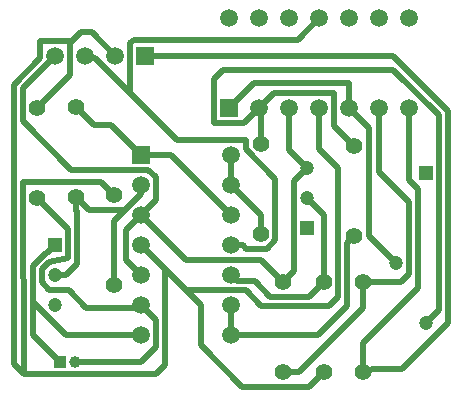
<source format=gbl>
%FSTAX23Y23*%
%MOIN*%
%SFA1B1*%

%IPPOS*%
%ADD15C,0.047244*%
%ADD16R,0.047244X0.047244*%
%ADD22C,0.055118*%
%ADD23R,0.039370X0.039370*%
%ADD24C,0.039370*%
%ADD25C,0.059055*%
%ADD26R,0.059055X0.059055*%
%ADD27R,0.059055X0.059055*%
%ADD28C,0.019685*%
%LNntc-1*%
%LPD*%
G54D15*
X02564Y02835D03*
Y02935D03*
X037Y02975D03*
X038Y02775D03*
X03405Y0329D03*
Y0319D03*
G54D16*
X02564Y03035D03*
X038Y03275D03*
X03405Y0309D03*
G54D22*
X0359Y0291D03*
Y0261D03*
X02635Y03495D03*
Y03195D03*
X03325Y0291D03*
Y0261D03*
X02505Y0349D03*
Y0319D03*
X0276Y032D03*
Y029D03*
X0325Y0337D03*
Y0307D03*
X0356Y03365D03*
Y03065D03*
X0346Y0261D03*
Y0291D03*
G54D23*
X0258Y02645D03*
G54D24*
X0263Y02645D03*
G54D25*
X0315Y02735D03*
Y02835D03*
Y02935D03*
Y03035D03*
Y03135D03*
Y03235D03*
Y03335D03*
X0285Y02735D03*
Y02835D03*
Y02935D03*
Y03035D03*
Y03135D03*
Y03235D03*
X03745Y0379D03*
X03645D03*
X03545D03*
X03445D03*
X03345D03*
X03245D03*
X03145D03*
X03745Y0349D03*
X03645D03*
X03545D03*
X03445D03*
X03345D03*
X03245D03*
X02565Y03665D03*
X02665D03*
X02765D03*
G54D26*
X0285Y03335D03*
X02865Y03665D03*
G54D27*
X03145Y0349D03*
G54D28*
X02815Y03706D02*
X02826Y03718D01*
X02815Y0355D02*
Y03706D01*
X02697Y03657D02*
X0281Y03545D01*
X02665Y03665D02*
X02672Y03657D01*
X0297Y03385D02*
X03199D01*
X02672Y03657D02*
X02697D01*
X0281Y03545D02*
X0297Y03385D01*
X02826Y03718D02*
X03373D01*
X0281Y03545D02*
X02815Y0355D01*
X0372Y0262D02*
X03874Y02774D01*
X0359Y0261D02*
X03596Y02616D01*
X03874Y02774D02*
Y03481D01*
X03596Y02616D02*
X03616D01*
X03619Y0262*
X0372*
X02865Y03665D02*
X0369D01*
X03874Y03481*
X038Y02775D02*
X03843Y02818D01*
X03125Y03618D02*
X03692D01*
X03843Y02818D02*
Y03466D01*
X03692Y03618D02*
X03843Y03466D01*
X0359Y02708D02*
X03774Y02892D01*
Y0322*
X03745Y03249D02*
X03774Y0322D01*
X03717Y0291D02*
X03744Y02937D01*
X03645Y03277D02*
X03744Y03178D01*
X0359Y0291D02*
X03717D01*
X03745Y03249D02*
Y0349D01*
X03744Y02937D02*
Y03178D01*
X0249Y02735D02*
Y02845D01*
X0285Y02835D02*
X02859Y02825D01*
X02668D02*
X02859D01*
X0276Y03115D02*
X02797Y03152D01*
X0325Y0337D02*
Y0349D01*
X03Y02884D02*
X0305Y02834D01*
X0293Y02955D02*
X03Y02884D01*
X02618Y03712D02*
X0265Y03744D01*
X02615Y03709D02*
X02618Y03712D01*
X0315Y02815D02*
X03155D01*
X02457Y03557D02*
X02565Y03665D01*
X02457Y03446D02*
Y03557D01*
Y03446D02*
X02618Y03285D01*
X02875*
X029Y0326*
Y03185D02*
Y0326D01*
X0285Y03135D02*
X029Y03185D01*
X03325Y0291D02*
X03361Y02946D01*
Y03246*
X03405Y0329*
X03345Y0335D02*
X03405Y0329D01*
X03345Y0335D02*
Y0349D01*
X0285Y03135D02*
X03Y02985D01*
X0325*
X03325Y0291*
X02505Y0319D02*
X02608Y03086D01*
Y02991D02*
Y03086D01*
X02545Y02978D02*
X02608Y02991D01*
X02521Y02954D02*
X02545Y02978D01*
X02521Y02909D02*
Y02954D01*
Y02909D02*
X02545Y02885D01*
X02609*
X02668Y02825*
X02859D02*
X029Y02785D01*
X02849Y02645D02*
X029Y02695D01*
X0359Y0261D02*
Y02708D01*
X0325Y0307D02*
Y03135D01*
X0315Y03235D02*
X0325Y03135D01*
X03495Y0343D02*
X0356Y03365D01*
X03495Y0343D02*
Y0354D01*
X03295D02*
X03495D01*
X03245Y0349D02*
X03295Y0354D01*
X0285Y03335D02*
X0295D01*
X0315Y03135*
X03545Y0349D02*
X03611Y03424D01*
Y03064D02*
Y03424D01*
Y03064D02*
X037Y02975D01*
X0293Y02635D02*
Y02955D01*
X029Y02605D02*
X0293Y02635D01*
X02457Y03243D02*
X0246Y02605D01*
X02457Y03243D02*
X02717D01*
X0276Y032*
X02505Y0349D02*
X02615Y036D01*
Y03709*
Y03715D02*
X02618Y03712D01*
X02515Y03715D02*
X02615D01*
X02515Y03656D02*
Y03715D01*
X02427Y03568D02*
X02515Y03656D01*
X02427Y02638D02*
Y03568D01*
Y02638D02*
X0246Y02605D01*
X029*
X0285Y03035D02*
X0293Y02955D01*
X0265Y03744D02*
X02686D01*
X02765Y03665*
X03412Y02562D02*
X0346Y0261D01*
X03188Y02562D02*
X03412D01*
X0305Y027D02*
X03188Y02562D01*
X0305Y027D02*
Y02834D01*
X0315Y03035D02*
X03189D01*
X03202Y03022*
X0327*
X03298Y0305*
Y03254*
X03199Y03353D02*
X03298Y03254D01*
X03199Y03353D02*
Y03385D01*
X03373Y03718D02*
X03445Y0379D01*
X0315Y02735D02*
X03439D01*
X03537Y02832*
Y03042*
X0356Y03065*
X03405Y0319D02*
X0346Y03135D01*
Y0291D02*
Y03135D01*
X0359Y02823D02*
Y0291D01*
X03376Y0261D02*
X0359Y02823D01*
X03325Y0261D02*
X03376D01*
X03645Y03277D02*
Y0349D01*
X0315Y02835D02*
X03155Y02829D01*
Y02815D02*
Y02829D01*
X0315Y02735D02*
Y02815D01*
X03412Y02862D02*
X0346Y0291D01*
X0328Y02862D02*
X03412D01*
X03229Y02914D02*
X0328Y02862D01*
X0317Y02914D02*
X03229D01*
X0315Y02935D02*
X0317Y02914D01*
X03Y02884D02*
X03199D01*
X0325Y02832*
X03477*
X03507Y02862*
Y0329*
X03445Y03353D02*
X03507Y0329D01*
X03445Y03353D02*
Y0349D01*
X03545D02*
Y03573D01*
X03228D02*
X03545D01*
X03145Y0349D02*
X03228Y03573D01*
X03245Y0349D02*
X0325D01*
X03095Y03588D02*
X03125Y03618D01*
X03095Y0344D02*
Y03588D01*
Y0344D02*
X03195D01*
X03245Y0349*
X026Y02735D02*
X0285D01*
X0249Y02845D02*
X026Y02735D01*
X0249Y02845D02*
Y02964D01*
Y02735D02*
X0258Y02645D01*
X0249Y02964D02*
X02533Y03008D01*
X02537*
X02564Y03035*
X0263Y02645D02*
X02849D01*
X029Y02695D02*
Y02785D01*
X02749Y03435D02*
X0285Y03335D01*
X02694Y03435D02*
X02749D01*
X02635Y03495D02*
X02694Y03435D01*
X0276Y029D02*
Y03115D01*
X0285Y03205D02*
Y03235D01*
X028Y02985D02*
X0285Y02935D01*
X028Y02985D02*
Y03085D01*
X0285Y03135*
X02564Y02935D02*
X026D01*
X02637Y02972*
Y03146*
X02635Y03148D02*
X02637Y03146D01*
X02635Y03148D02*
Y03195D01*
X02677Y03152*
X02797*
X0285Y03205*
X0315Y03235D02*
Y03335D01*
M02*
</source>
